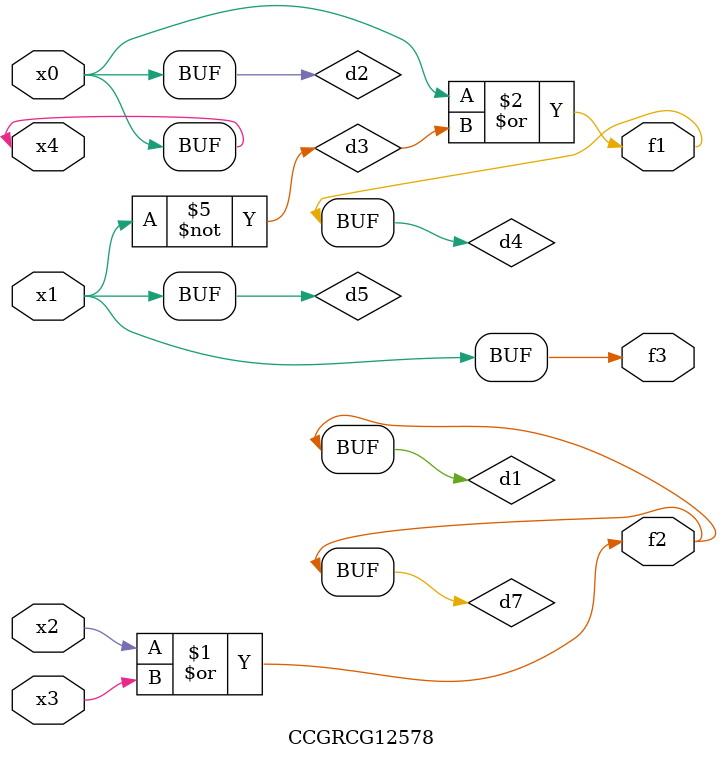
<source format=v>
module CCGRCG12578(
	input x0, x1, x2, x3, x4,
	output f1, f2, f3
);

	wire d1, d2, d3, d4, d5, d6, d7;

	or (d1, x2, x3);
	buf (d2, x0, x4);
	not (d3, x1);
	or (d4, d2, d3);
	not (d5, d3);
	nand (d6, d1, d3);
	or (d7, d1);
	assign f1 = d4;
	assign f2 = d7;
	assign f3 = d5;
endmodule

</source>
